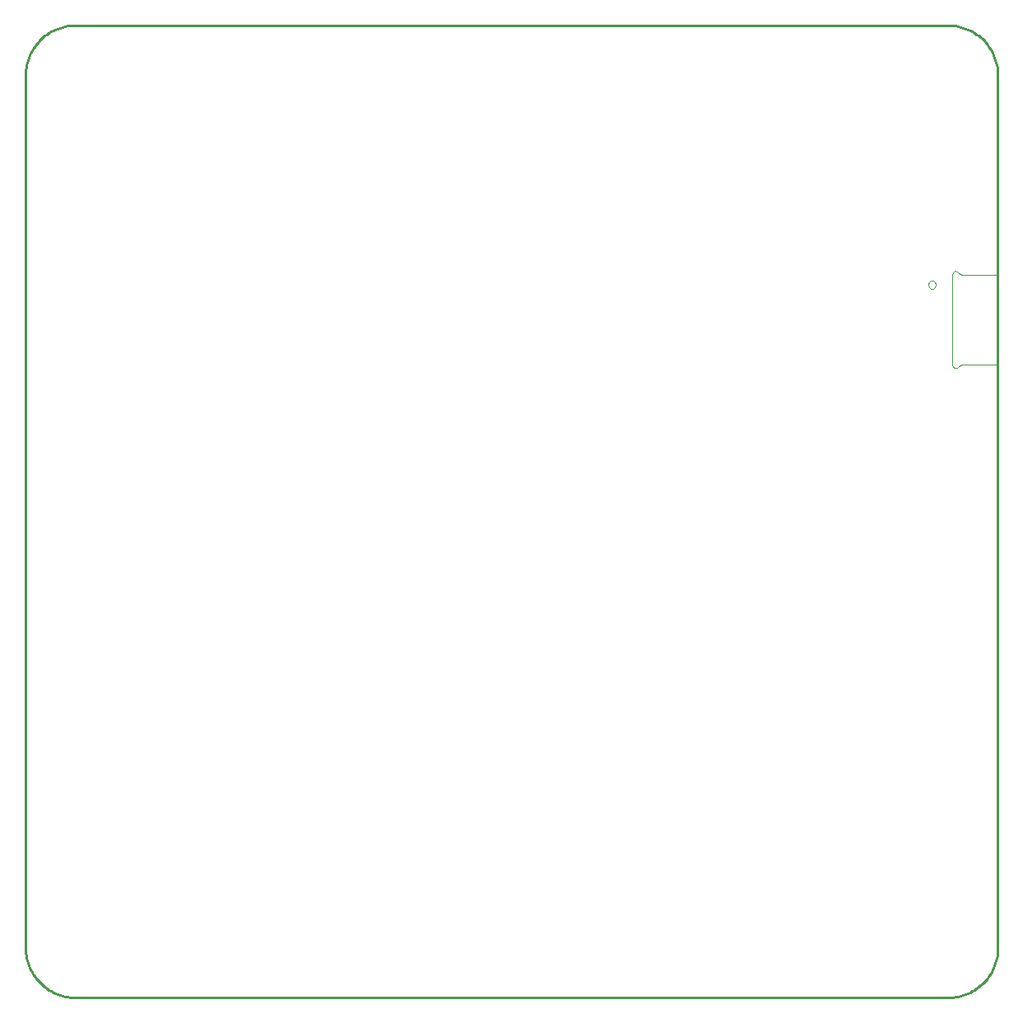
<source format=gm1>
G04*
G04 #@! TF.GenerationSoftware,Altium Limited,Altium Designer,23.6.0 (18)*
G04*
G04 Layer_Color=16711935*
%FSLAX44Y44*%
%MOMM*%
G71*
G04*
G04 #@! TF.SameCoordinates,14B29CA8-F054-4B9D-9142-CABF167E231F*
G04*
G04*
G04 #@! TF.FilePolarity,Positive*
G04*
G01*
G75*
%ADD11C,0.2540*%
%ADD127C,0.0000*%
D11*
X1476250Y1350520D02*
X1476185Y1353093D01*
X1475989Y1355659D01*
X1475664Y1358212D01*
X1475210Y1360746D01*
X1474628Y1363253D01*
X1473920Y1365728D01*
X1473088Y1368163D01*
X1472133Y1370553D01*
X1471059Y1372892D01*
X1469867Y1375173D01*
X1468561Y1377391D01*
X1467145Y1379540D01*
X1465621Y1381615D01*
X1463995Y1383610D01*
X1462269Y1385520D01*
X1460450Y1387339D01*
X1458540Y1389065D01*
X1456545Y1390691D01*
X1454470Y1392215D01*
X1452321Y1393631D01*
X1450103Y1394937D01*
X1447822Y1396129D01*
X1445483Y1397203D01*
X1443093Y1398158D01*
X1440658Y1398990D01*
X1438183Y1399698D01*
X1435676Y1400280D01*
X1433143Y1400734D01*
X1430589Y1401059D01*
X1428023Y1401255D01*
X1425450Y1401320D01*
Y401320D02*
X1428023Y401385D01*
X1430589Y401581D01*
X1433143Y401906D01*
X1435676Y402360D01*
X1438183Y402942D01*
X1440658Y403650D01*
X1443093Y404482D01*
X1445483Y405437D01*
X1447822Y406511D01*
X1450103Y407703D01*
X1452321Y409009D01*
X1454470Y410425D01*
X1456545Y411949D01*
X1458540Y413575D01*
X1460450Y415300D01*
X1462269Y417121D01*
X1463995Y419030D01*
X1465621Y421025D01*
X1467145Y423100D01*
X1468561Y425249D01*
X1469867Y427467D01*
X1471059Y429748D01*
X1472133Y432087D01*
X1473088Y434477D01*
X1473920Y436912D01*
X1474628Y439387D01*
X1475210Y441894D01*
X1475664Y444427D01*
X1475989Y446981D01*
X1476185Y449547D01*
X1476250Y452120D01*
X527050Y1401320D02*
X524477Y1401255D01*
X521911Y1401059D01*
X519357Y1400734D01*
X516824Y1400280D01*
X514317Y1399698D01*
X511842Y1398990D01*
X509407Y1398158D01*
X507017Y1397203D01*
X504678Y1396129D01*
X502397Y1394937D01*
X500179Y1393631D01*
X498030Y1392215D01*
X495955Y1390691D01*
X493960Y1389065D01*
X492051Y1387339D01*
X490230Y1385520D01*
X488505Y1383610D01*
X486879Y1381615D01*
X485355Y1379540D01*
X483939Y1377391D01*
X482633Y1375173D01*
X481441Y1372892D01*
X480367Y1370553D01*
X479412Y1368163D01*
X478580Y1365728D01*
X477872Y1363253D01*
X477290Y1360746D01*
X476836Y1358212D01*
X476511Y1355659D01*
X476315Y1353093D01*
X476250Y1350520D01*
Y452120D02*
X476315Y449547D01*
X476511Y446981D01*
X476836Y444427D01*
X477290Y441894D01*
X477872Y439387D01*
X478580Y436912D01*
X479412Y434477D01*
X480367Y432087D01*
X481441Y429748D01*
X482633Y427467D01*
X483939Y425249D01*
X485355Y423100D01*
X486879Y421025D01*
X488505Y419030D01*
X490230Y417121D01*
X492051Y415300D01*
X493960Y413575D01*
X495955Y411949D01*
X498030Y410425D01*
X500179Y409009D01*
X502397Y407703D01*
X504678Y406511D01*
X507017Y405437D01*
X509407Y404482D01*
X511842Y403650D01*
X514317Y402942D01*
X516824Y402360D01*
X519357Y401906D01*
X521911Y401581D01*
X524477Y401385D01*
X527050Y401320D01*
X1425450D01*
X527050Y1401320D02*
X1425450D01*
X1476250Y452120D02*
Y1350520D01*
X476250Y452120D02*
Y1350520D01*
D127*
X1436198Y1146695D02*
X1437570Y1145322D01*
X1439445Y1144820D01*
Y1052320D02*
X1437570Y1051818D01*
X1436198Y1050445D01*
X1429200Y1052320D02*
X1429975Y1050037D01*
X1431979Y1048698D01*
X1434385Y1048855D01*
X1436198Y1050445D01*
Y1146695D02*
X1434385Y1148285D01*
X1431979Y1148442D01*
X1429975Y1147103D01*
X1429200Y1144820D01*
X1412600Y1134870D02*
X1411855Y1137162D01*
X1409905Y1138579D01*
X1407495D01*
X1405545Y1137162D01*
X1404800Y1134870D01*
Y1134270D02*
X1405545Y1131978D01*
X1407495Y1130561D01*
X1409905D01*
X1411855Y1131978D01*
X1412600Y1134270D01*
X1429200Y1052320D02*
Y1144820D01*
X1439445D02*
X1476700D01*
Y1052320D02*
Y1144820D01*
X1439445Y1052320D02*
X1476700D01*
X1404800Y1134270D02*
Y1134870D01*
X1412600Y1134270D02*
Y1134870D01*
M02*

</source>
